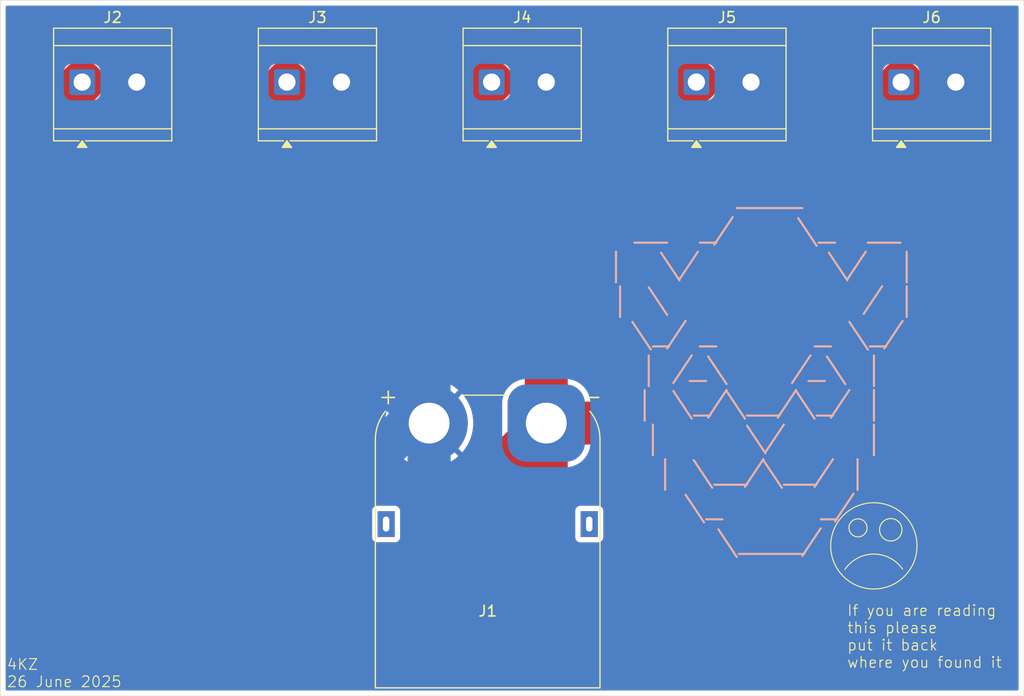
<source format=kicad_pcb>
(kicad_pcb (version 20241229) (generator "pcbnew") (generator_version "9.0")
  (layers (0 "F.Cu" signal) (2 "B.Cu" signal) (13 "F.Paste" user) (15 "B.Paste" user) (5 "F.SilkS" user "F.Silkscreen") (7 "B.SilkS" user "B.Silkscreen") (1 "F.Mask" user) (3 "B.Mask" user) (25 "Edge.Cuts" user))
  (net 0 "")
  (net 1 "+12V")
  (net 2 "GND")
  (footprint "Connector_AMASS:AMASS_XT90PW-M_1x02_P10.90mm_Horizontal" (layer "F.Cu") (at 82.55 82.55 180)
    (property "Reference" "J1" (at 5.449999 -17.5 0) (layer "F.SilkS"))
    (property "Value" "Conn_01x02_Socket")
    (fp_line (start 15.9 -24.65) (end 15.9 -1.522958) (stroke (width 0.12)) (layer "F.SilkS"))
    (fp_line (start 3.7 2.6) (end 7.9 2.6) (stroke (width 0.12)) (layer "F.SilkS"))
    (fp_line (start -5 -24.65) (end 15.9 -24.65) (stroke (width 0.12)) (layer "F.SilkS"))
    (fp_line (start -5 -24.65) (end -5 -1.522958) (stroke (width 0.12)) (layer "F.SilkS"))
    (fp_arc (start 15.9 -1.522958) (mid 15.659164 -0.130586) (end 14.964641 1.1) (stroke (width 0.12)) (layer "F.SilkS"))
    (fp_arc (start -4.064641 1.1) (mid -4.759165 -0.130585) (end -5 -1.522958) (stroke (width 0.12)) (layer "F.SilkS"))
    (fp_text user "-" (at -4.3 2.5 0) (layer "F.SilkS") (effects (font (size 1.5 1.5))))
    (fp_text user "+" (at 14.7 2.5 0) (layer "F.SilkS") (effects (font (size 1.5 1.5))))
    (pad "1" thru_hole roundrect (at 0 0 180) (size 7.2 7.2) (drill 3.8) (layers "*.Cu" "*.Mask") (net 1 "+12V"))
    (pad "2" thru_hole circle (at 10.899998 0 180) (size 7.2 7.2) (drill 3.8) (layers "*.Cu" "*.Mask") (net 2 "GND"))
    (pad "MP" thru_hole rect (at -4 -9.4 180) (size 1.6 2.4) (drill oval 0.6 1.4) (layers "*.Cu" "*.Mask"))
    (pad "MP" thru_hole rect (at 14.9 -9.4 180) (size 1.6 2.4) (drill oval 0.6 1.4) (layers "*.Cu" "*.Mask"))
  )
  (footprint "TerminalBlock_CUI:TerminalBlock_CUI_TB007-508-02_1x02_P5.08mm_Horizontal" (layer "F.Cu") (at 58.42 50.8)
    (property "Reference" "J3" (at 2.84 -6.02 0) (layer "F.SilkS"))
    (property "Value" "Screw_Terminal_01x02")
    (fp_line (start -2.66 -5.02) (end -2.66 5.47) (stroke (width 0.12)) (layer "F.SilkS"))
    (fp_line (start -2.66 -5.02) (end 8.34 -5.02) (stroke (width 0.12)) (layer "F.SilkS"))
    (fp_line (start -2.66 -3.4) (end 8.34 -3.4) (stroke (width 0.12)) (layer "F.SilkS"))
    (fp_line (start -2.66 4.35) (end 8.34 4.35) (stroke (width 0.12)) (layer "F.SilkS"))
    (fp_line (start -2.66 5.47) (end -0.3 5.47) (stroke (width 0.12)) (layer "F.SilkS"))
    (fp_line (start 0.3 5.47) (end 8.34 5.47) (stroke (width 0.12)) (layer "F.SilkS"))
    (fp_line (start 8.34 -5.02) (end 8.34 5.47) (stroke (width 0.12)) (layer "F.SilkS"))
    (fp_poly (pts (xy 0 5.47) (xy 0.44 6.08) (xy -0.44 6.08)) (stroke (width 0.12)) (fill yes) (layer "F.SilkS"))
    (pad "1" thru_hole roundrect (at 0 0) (size 2.4 2.4) (drill 1.6) (layers "*.Cu" "*.Mask") (roundrect_rratio 0.104167) (net 1 "+12V"))
    (pad "2" thru_hole circle (at 5.08 0) (size 2.4 2.4) (drill 1.6) (layers "*.Cu" "*.Mask") (net 2 "GND"))
  )
  (footprint "TerminalBlock_CUI:TerminalBlock_CUI_TB007-508-02_1x02_P5.08mm_Horizontal" (layer "F.Cu") (at 115.57 50.8)
    (property "Reference" "J6" (at 2.84 -6.02 0) (layer "F.SilkS"))
    (property "Value" "Screw_Terminal_01x02")
    (fp_line (start -2.66 -5.02) (end -2.66 5.47) (stroke (width 0.12)) (layer "F.SilkS"))
    (fp_line (start -2.66 -5.02) (end 8.34 -5.02) (stroke (width 0.12)) (layer "F.SilkS"))
    (fp_line (start -2.66 -3.4) (end 8.34 -3.4) (stroke (width 0.12)) (layer "F.SilkS"))
    (fp_line (start -2.66 4.35) (end 8.34 4.35) (stroke (width 0.12)) (layer "F.SilkS"))
    (fp_line (start -2.66 5.47) (end -0.3 5.47) (stroke (width 0.12)) (layer "F.SilkS"))
    (fp_line (start 0.3 5.47) (end 8.34 5.47) (stroke (width 0.12)) (layer "F.SilkS"))
    (fp_line (start 8.34 -5.02) (end 8.34 5.47) (stroke (width 0.12)) (layer "F.SilkS"))
    (fp_poly (pts (xy 0 5.47) (xy 0.44 6.08) (xy -0.44 6.08)) (stroke (width 0.12)) (fill yes) (layer "F.SilkS"))
    (pad "1" thru_hole roundrect (at 0 0) (size 2.4 2.4) (drill 1.6) (layers "*.Cu" "*.Mask") (roundrect_rratio 0.104167) (net 1 "+12V"))
    (pad "2" thru_hole circle (at 5.08 0) (size 2.4 2.4) (drill 1.6) (layers "*.Cu" "*.Mask") (net 2 "GND"))
  )
  (footprint "TerminalBlock_CUI:TerminalBlock_CUI_TB007-508-02_1x02_P5.08mm_Horizontal" (layer "F.Cu") (at 96.52 50.8)
    (property "Reference" "J5" (at 2.84 -6.02 0) (layer "F.SilkS"))
    (property "Value" "Screw_Terminal_01x02")
    (fp_line (start -2.66 -5.02) (end -2.66 5.47) (stroke (width 0.12)) (layer "F.SilkS"))
    (fp_line (start -2.66 -5.02) (end 8.34 -5.02) (stroke (width 0.12)) (layer "F.SilkS"))
    (fp_line (start -2.66 -3.4) (end 8.34 -3.4) (stroke (width 0.12)) (layer "F.SilkS"))
    (fp_line (start -2.66 4.35) (end 8.34 4.35) (stroke (width 0.12)) (layer "F.SilkS"))
    (fp_line (start -2.66 5.47) (end -0.3 5.47) (stroke (width 0.12)) (layer "F.SilkS"))
    (fp_line (start 0.3 5.47) (end 8.34 5.47) (stroke (width 0.12)) (layer "F.SilkS"))
    (fp_line (start 8.34 -5.02) (end 8.34 5.47) (stroke (width 0.12)) (layer "F.SilkS"))
    (fp_poly (pts (xy 0 5.47) (xy 0.44 6.08) (xy -0.44 6.08)) (stroke (width 0.12)) (fill yes) (layer "F.SilkS"))
    (pad "1" thru_hole roundrect (at 0 0) (size 2.4 2.4) (drill 1.6) (layers "*.Cu" "*.Mask") (roundrect_rratio 0.104167) (net 1 "+12V"))
    (pad "2" thru_hole circle (at 5.08 0) (size 2.4 2.4) (drill 1.6) (layers "*.Cu" "*.Mask") (net 2 "GND"))
  )
  (footprint "TerminalBlock_CUI:TerminalBlock_CUI_TB007-508-02_1x02_P5.08mm_Horizontal" (layer "F.Cu") (at 39.37 50.8)
    (property "Reference" "J2" (at 2.84 -6.02 0) (layer "F.SilkS"))
    (property "Value" "Screw_Terminal_01x02")
    (fp_line (start -2.66 -5.02) (end -2.66 5.47) (stroke (width 0.12)) (layer "F.SilkS"))
    (fp_line (start -2.66 -5.02) (end 8.34 -5.02) (stroke (width 0.12)) (layer "F.SilkS"))
    (fp_line (start -2.66 -3.4) (end 8.34 -3.4) (stroke (width 0.12)) (layer "F.SilkS"))
    (fp_line (start -2.66 4.35) (end 8.34 4.35) (stroke (width 0.12)) (layer "F.SilkS"))
    (fp_line (start -2.66 5.47) (end -0.3 5.47) (stroke (width 0.12)) (layer "F.SilkS"))
    (fp_line (start 0.3 5.47) (end 8.34 5.47) (stroke (width 0.12)) (layer "F.SilkS"))
    (fp_line (start 8.34 -5.02) (end 8.34 5.47) (stroke (width 0.12)) (layer "F.SilkS"))
    (fp_poly (pts (xy 0 5.47) (xy 0.44 6.08) (xy -0.44 6.08)) (stroke (width 0.12)) (fill yes) (layer "F.SilkS"))
    (pad "1" thru_hole roundrect (at 0 0) (size 2.4 2.4) (drill 1.6) (layers "*.Cu" "*.Mask") (roundrect_rratio 0.104167) (net 1 "+12V"))
    (pad "2" thru_hole circle (at 5.08 0) (size 2.4 2.4) (drill 1.6) (layers "*.Cu" "*.Mask") (net 2 "GND"))
  )
  (footprint "TerminalBlock_CUI:TerminalBlock_CUI_TB007-508-02_1x02_P5.08mm_Horizontal" (layer "F.Cu") (at 77.47 50.8)
    (property "Reference" "J4" (at 2.84 -6.02 0) (layer "F.SilkS"))
    (property "Value" "Screw_Terminal_01x02")
    (fp_line (start -2.66 -5.02) (end -2.66 5.47) (stroke (width 0.12)) (layer "F.SilkS"))
    (fp_line (start -2.66 -5.02) (end 8.34 -5.02) (stroke (width 0.12)) (layer "F.SilkS"))
    (fp_line (start -2.66 -3.4) (end 8.34 -3.4) (stroke (width 0.12)) (layer "F.SilkS"))
    (fp_line (start -2.66 4.35) (end 8.34 4.35) (stroke (width 0.12)) (layer "F.SilkS"))
    (fp_line (start -2.66 5.47) (end -0.3 5.47) (stroke (width 0.12)) (layer "F.SilkS"))
    (fp_line (start 0.3 5.47) (end 8.34 5.47) (stroke (width 0.12)) (layer "F.SilkS"))
    (fp_line (start 8.34 -5.02) (end 8.34 5.47) (stroke (width 0.12)) (layer "F.SilkS"))
    (fp_poly (pts (xy 0 5.47) (xy 0.44 6.08) (xy -0.44 6.08)) (stroke (width 0.12)) (fill yes) (layer "F.SilkS"))
    (pad "1" thru_hole roundrect (at 0 0) (size 2.4 2.4) (drill 1.6) (layers "*.Cu" "*.Mask") (roundrect_rratio 0.104167) (net 1 "+12V"))
    (pad "2" thru_hole circle (at 5.08 0) (size 2.4 2.4) (drill 1.6) (layers "*.Cu" "*.Mask") (net 2 "GND"))
  )
  (gr_arc (start 110.331062 96.185729) (mid 113.0017 94.746342) (end 115.697 96.139) (stroke (width 0.1)) (layer "F.SilkS"))
  (gr_circle (center 111.5568 92.3036) (end 112.3188 92.6592) (stroke (width 0.1)) (fill no) (layer "F.SilkS"))
  (gr_circle (center 113.03 93.98) (end 116.84 95.25) (stroke (width 0.1)) (fill no) (layer "F.SilkS"))
  (gr_circle (center 114.6048 92.4814) (end 115.5446 92.9386) (stroke (width 0.1)) (fill no) (layer "F.SilkS"))
  (gr_rect (start 31.75 43.18) (end 127 107.95) (stroke (width 0.05)) (fill no) (layer "Edge.Cuts"))
  (gr_text "4KZ\n26 June 2025" (at 32.3088 107.2134 0) (layer "F.SilkS") (effects (font (size 1 1) (thickness 0.1)) (justify left bottom)))
  (gr_text "If you are reading\nthis please\nput it back\nwhere you found it" (at 110.49 105.41 0) (layer "F.SilkS") (effects (font (size 1 1) (thickness 0.1)) (justify left bottom)))
  (gr_text "       ____\n __  _/    \\_  __\n|  \\/        \\/  |\n| \\            / |\n \\_/ _      _ \\_/\n  | /_\\    /_\\ |\n  | \\_/\\__/\\_/ |\n  |     \\/     |\n   | \\__/\\__/ |\n    \\_      _/\n      \\____/" (at 117.1702 94.7928 0) (layer "B.SilkS") (effects (font (size 2 2) (thickness 0.2)) (justify left bottom mirror)))
  (segment (start 50.8 88.9) (end 51.201 89.301) (width 4) (layer "F.Cu") (net 1))
  (segment (start 75.799 95.651) (end 76.2 95.25) (width 4) (layer "F.Cu") (net 1))
  (segment (start 44.45 95.25) (end 44.851 95.651) (width 4) (layer "F.Cu") (net 1))
  (segment (start 63.5 76.2) (end 82.55 76.2) (width 4) (layer "F.Cu") (net 1))
  (segment (start 115.57 50.8) (end 115.57 62.23) (width 4) (layer "F.Cu") (net 1))
  (segment (start 95.25 82.55) (end 82.55 82.55) (width 4) (layer "F.Cu") (net 1))
  (segment (start 44.851 95.651) (end 75.799 95.651) (width 4) (layer "F.Cu") (net 1))
  (segment (start 38.1 52.07) (end 38.1 101.6) (width 4) (layer "F.Cu") (net 1))
  (segment (start 38.1 101.6) (end 82.55 101.6) (width 4) (layer "F.Cu") (net 1))
  (segment (start 44.45 69.85) (end 44.45 95.25) (width 4) (layer "F.Cu") (net 1))
  (segment (start 63.5 82.55) (end 63.5 76.2) (width 4) (layer "F.Cu") (net 1))
  (segment (start 50.8 76.2) (end 50.8 88.9) (width 4) (layer "F.Cu") (net 1))
  (segment (start 77.47 50.8) (end 76.2 50.8) (width 4) (layer "F.Cu") (net 1))
  (segment (start 76.2 50.8) (end 50.8 76.2) (width 4) (layer "F.Cu") (net 1))
  (segment (start 82.55 101.6) (end 82.55 82.55) (width 4) (layer "F.Cu") (net 1))
  (segment (start 58.42 50.8) (end 58.42 55.88) (width 4) (layer "F.Cu") (net 1))
  (segment (start 76.2 95.25) (end 76.2 88.9) (width 4) (layer "F.Cu") (net 1))
  (segment (start 82.55 63.5) (end 82.55 76.2) (width 4) (layer "F.Cu") (net 1))
  (segment (start 56.749 89.301) (end 63.5 82.55) (width 4) (layer "F.Cu") (net 1))
  (segment (start 115.57 62.23) (end 95.25 82.55) (width 4) (layer "F.Cu") (net 1))
  (segment (start 96.52 50.8) (end 95.25 50.8) (width 4) (layer "F.Cu") (net 1))
  (segment (start 76.2 88.9) (end 82.55 82.55) (width 4) (layer "F.Cu") (net 1))
  (segment (start 82.55 76.2) (end 82.55 82.55) (width 4) (layer "F.Cu") (net 1))
  (segment (start 39.37 50.8) (end 38.1 52.07) (width 4) (layer "F.Cu") (net 1))
  (segment (start 58.42 55.88) (end 44.45 69.85) (width 4) (layer "F.Cu") (net 1))
  (segment (start 95.25 50.8) (end 82.55 63.5) (width 4) (layer "F.Cu") (net 1))
  (segment (start 51.201 89.301) (end 56.749 89.301) (width 4) (layer "F.Cu") (net 1))
  (segment (start 69.85 101.6) (end 71.650002 99.799998) (width 4) (layer "B.Cu") (net 2))
  (segment (start 57.15 63.5) (end 44.45 63.5) (width 4) (layer "B.Cu") (net 2))
  (segment (start 38.1 101.6) (end 69.85 101.6) (width 4) (layer "B.Cu") (net 2))
  (segment (start 44.45 57.15) (end 38.1 63.5) (width 4) (layer "B.Cu") (net 2))
  (segment (start 69.85 63.5) (end 63.5 69.85) (width 4) (layer "B.Cu") (net 2))
  (segment (start 63.5 69.85) (end 63.5 74.399998) (width 4) (layer "B.Cu") (net 2))
  (segment (start 63.5 88.9) (end 69.85 82.55) (width 4) (layer "B.Cu") (net 2))
  (segment (start 71.650002 99.799998) (end 71.650002 82.55) (width 4) (layer "B.Cu") (net 2))
  (segment (start 44.45 95.25) (end 63.5 95.25) (width 4) (layer "B.Cu") (net 2))
  (segment (start 101.6 50.8) (end 101.6 63.5) (width 4) (layer "B.Cu") (net 2))
  (segment (start 88.9 69.85) (end 76.2 69.85) (width 4) (layer "B.Cu") (net 2))
  (segment (start 120.65 101.6) (end 82.55 101.6) (width 4) (layer "B.Cu") (net 2))
  (segment (start 38.1 63.5) (end 38.1 101.6) (width 4) (layer "B.Cu") (net 2))
  (segment (start 63.5 57.15) (end 57.15 63.5) (width 4) (layer "B.Cu") (net 2))
  (segment (start 63.5 74.399998) (end 71.650002 82.55) (width 4) (layer "B.Cu") (net 2))
  (segment (start 82.55 101.6) (end 71.650002 90.700002) (width 4) (layer "B.Cu") (net 2))
  (segment (start 44.45 63.5) (end 44.45 95.25) (width 4) (layer "B.Cu") (net 2))
  (segment (start 82.55 50.8) (end 82.55 63.5) (width 4) (layer "B.Cu") (net 2))
  (segment (start 44.45 50.8) (end 44.45 57.15) (width 4) (layer "B.Cu") (net 2))
  (segment (start 76.2 69.85) (end 71.650002 74.399998) (width 4) (layer "B.Cu") (net 2))
  (segment (start 71.650002 90.700002) (end 71.650002 82.55) (width 4) (layer "B.Cu") (net 2))
  (segment (start 63.5 95.25) (end 63.5 88.9) (width 4) (layer "B.Cu") (net 2))
  (segment (start 69.85 82.55) (end 71.650002 82.55) (width 4) (layer "B.Cu") (net 2))
  (segment (start 63.5 50.8) (end 63.5 57.15) (width 4) (layer "B.Cu") (net 2))
  (segment (start 120.65 50.8) (end 120.65 101.6) (width 4) (layer "B.Cu") (net 2))
  (segment (start 82.55 63.5) (end 69.85 63.5) (width 4) (layer "B.Cu") (net 2))
  (segment (start 95.25 63.5) (end 88.9 69.85) (width 4) (layer "B.Cu") (net 2))
  (segment (start 101.6 63.5) (end 95.25 63.5) (width 4) (layer "B.Cu") (net 2))
  (segment (start 71.650002 74.399998) (end 71.650002 82.55) (width 4) (layer "B.Cu") (net 2))
  (zone (net 2) (net_name "GND") (layer "B.Cu") (priority 1) (connect_pads (clearance 0.5)) (min_thickness 0.25) (fill yes (thermal_gap 0.5) (thermal_bridge_width 0.5))
    (polygon (pts (xy 31.75 43.18) (xy 127 43.18) (xy 127 107.95) (xy 31.75 107.95)))
  )
)
</source>
